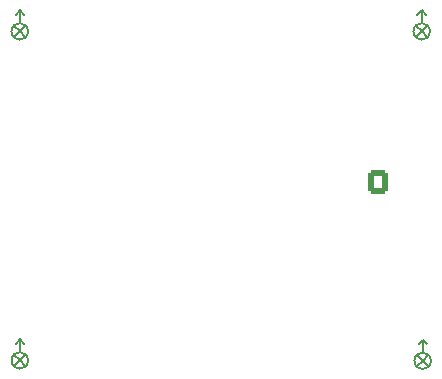
<source format=gbr>
%TF.GenerationSoftware,KiCad,Pcbnew,7.0.7*%
%TF.CreationDate,2023-10-06T19:00:49-06:00*%
%TF.ProjectId,Modular_Interfaces_No_GigE,4d6f6475-6c61-4725-9f49-6e7465726661,rev?*%
%TF.SameCoordinates,Original*%
%TF.FileFunction,Legend,Bot*%
%TF.FilePolarity,Positive*%
%FSLAX46Y46*%
G04 Gerber Fmt 4.6, Leading zero omitted, Abs format (unit mm)*
G04 Created by KiCad (PCBNEW 7.0.7) date 2023-10-06 19:00:49*
%MOMM*%
%LPD*%
G01*
G04 APERTURE LIST*
G04 Aperture macros list*
%AMRoundRect*
0 Rectangle with rounded corners*
0 $1 Rounding radius*
0 $2 $3 $4 $5 $6 $7 $8 $9 X,Y pos of 4 corners*
0 Add a 4 corners polygon primitive as box body*
4,1,4,$2,$3,$4,$5,$6,$7,$8,$9,$2,$3,0*
0 Add four circle primitives for the rounded corners*
1,1,$1+$1,$2,$3*
1,1,$1+$1,$4,$5*
1,1,$1+$1,$6,$7*
1,1,$1+$1,$8,$9*
0 Add four rect primitives between the rounded corners*
20,1,$1+$1,$2,$3,$4,$5,0*
20,1,$1+$1,$4,$5,$6,$7,0*
20,1,$1+$1,$6,$7,$8,$9,0*
20,1,$1+$1,$8,$9,$2,$3,0*%
G04 Aperture macros list end*
%ADD10C,0.150000*%
%ADD11RoundRect,0.250000X-0.600000X-0.725000X0.600000X-0.725000X0.600000X0.725000X-0.600000X0.725000X0*%
%ADD12O,1.700000X1.950000*%
%ADD13R,1.350000X1.350000*%
%ADD14O,1.350000X1.350000*%
%ADD15R,1.600000X1.600000*%
%ADD16C,1.600000*%
%ADD17C,3.000000*%
G04 APERTURE END LIST*
D10*
%TO.C,EXP_ORIENTATION*%
X109213507Y-65331199D02*
X108738507Y-65806199D01*
X109213507Y-65331199D02*
X109688507Y-65806199D01*
X109213507Y-65331199D02*
X108738507Y-64856199D01*
X109213507Y-65331199D02*
X109688507Y-64856199D01*
X109213507Y-64631199D02*
X109213507Y-63531199D01*
X109213507Y-63531199D02*
X108863507Y-63931199D01*
X109213507Y-63531199D02*
X109563507Y-63931199D01*
X109913953Y-65331199D02*
G75*
G03*
X109913953Y-65331199I-700446J0D01*
G01*
X143332200Y-93219000D02*
X142857200Y-93694000D01*
X143332200Y-93219000D02*
X143807200Y-93694000D01*
X143332200Y-93219000D02*
X142857200Y-92744000D01*
X143332200Y-93219000D02*
X143807200Y-92744000D01*
X143332200Y-92519000D02*
X143332200Y-91419000D01*
X143332200Y-91419000D02*
X142982200Y-91819000D01*
X143332200Y-91419000D02*
X143682200Y-91819000D01*
X144032646Y-93219000D02*
G75*
G03*
X144032646Y-93219000I-700446J0D01*
G01*
X109220000Y-93190000D02*
X108745000Y-93665000D01*
X109220000Y-93190000D02*
X109695000Y-93665000D01*
X109220000Y-93190000D02*
X108745000Y-92715000D01*
X109220000Y-93190000D02*
X109695000Y-92715000D01*
X109220000Y-92490000D02*
X109220000Y-91390000D01*
X109220000Y-91390000D02*
X108870000Y-91790000D01*
X109220000Y-91390000D02*
X109570000Y-91790000D01*
X109920446Y-93190000D02*
G75*
G03*
X109920446Y-93190000I-700446J0D01*
G01*
X143243507Y-65331199D02*
X142768507Y-65806199D01*
X143243507Y-65331199D02*
X143718507Y-65806199D01*
X143243507Y-65331199D02*
X142768507Y-64856199D01*
X143243507Y-65331199D02*
X143718507Y-64856199D01*
X143243507Y-64631199D02*
X143243507Y-63531199D01*
X143243507Y-63531199D02*
X142893507Y-63931199D01*
X143243507Y-63531199D02*
X143593507Y-63931199D01*
X143943953Y-65331199D02*
G75*
G03*
X143943953Y-65331199I-700446J0D01*
G01*
%TD*%
%LPC*%
D11*
%TO.C,J11*%
X139523507Y-78091199D03*
D12*
X142023507Y-78091199D03*
X144523507Y-78091199D03*
X147023507Y-78091199D03*
%TD*%
D13*
%TO.C,J13*%
X154220000Y-66120000D03*
D14*
X154220000Y-68120000D03*
X154220000Y-70120000D03*
X154220000Y-72120000D03*
X154220000Y-74120000D03*
X154220000Y-76120000D03*
X154220000Y-78120000D03*
X154220000Y-80120000D03*
X154220000Y-82120000D03*
X154220000Y-84120000D03*
%TD*%
%TO.C,J12*%
X132250000Y-84130000D03*
X132250000Y-82130000D03*
X132250000Y-80130000D03*
X132250000Y-78130000D03*
X132250000Y-76130000D03*
X132250000Y-74130000D03*
X132250000Y-72130000D03*
X132250000Y-70130000D03*
X132250000Y-68130000D03*
D13*
X132250000Y-66130000D03*
%TD*%
%TO.C,J10*%
X120200000Y-66130000D03*
D14*
X120200000Y-68130000D03*
X120200000Y-70130000D03*
X120200000Y-72130000D03*
X120200000Y-74130000D03*
X120200000Y-76130000D03*
X120200000Y-78130000D03*
X120200000Y-80130000D03*
X120200000Y-82130000D03*
X120200000Y-84130000D03*
%TD*%
D13*
%TO.C,J9*%
X98210000Y-66130000D03*
D14*
X98210000Y-68130000D03*
X98210000Y-70130000D03*
X98210000Y-72130000D03*
X98210000Y-74130000D03*
X98210000Y-76130000D03*
X98210000Y-78130000D03*
X98210000Y-80130000D03*
X98210000Y-82130000D03*
X98210000Y-84130000D03*
%TD*%
D11*
%TO.C,J8*%
X106693507Y-78171199D03*
D12*
X109193507Y-78171199D03*
X111693507Y-78171199D03*
%TD*%
D14*
%TO.C,J7*%
X154250000Y-112010000D03*
X154250000Y-110010000D03*
X154250000Y-108010000D03*
X154250000Y-106010000D03*
X154250000Y-104010000D03*
X154250000Y-102010000D03*
X154250000Y-100010000D03*
X154250000Y-98010000D03*
X154250000Y-96010000D03*
D13*
X154250000Y-94010000D03*
%TD*%
%TO.C,J6*%
X132272200Y-93999000D03*
D14*
X132272200Y-95999000D03*
X132272200Y-97999000D03*
X132272200Y-99999000D03*
X132272200Y-101999000D03*
X132272200Y-103999000D03*
X132272200Y-105999000D03*
X132272200Y-107999000D03*
X132272200Y-109999000D03*
X132272200Y-111999000D03*
%TD*%
D15*
%TO.C,J5*%
X146830000Y-101300000D03*
D16*
X144330000Y-101300000D03*
X142330000Y-101300000D03*
X139830000Y-101300000D03*
D17*
X149900000Y-98590000D03*
X136760000Y-98590000D03*
%TD*%
D15*
%TO.C,J4*%
X139832200Y-104679000D03*
D16*
X142332200Y-104679000D03*
X144332200Y-104679000D03*
X146832200Y-104679000D03*
D17*
X136762200Y-107389000D03*
X149902200Y-107389000D03*
%TD*%
D13*
%TO.C,J3*%
X120210000Y-94000000D03*
D14*
X120210000Y-96000000D03*
X120210000Y-98000000D03*
X120210000Y-100000000D03*
X120210000Y-102000000D03*
X120210000Y-104000000D03*
X120210000Y-106000000D03*
X120210000Y-108000000D03*
X120210000Y-110000000D03*
X120210000Y-112000000D03*
%TD*%
D13*
%TO.C,J2*%
X98230000Y-93990000D03*
D14*
X98230000Y-95990000D03*
X98230000Y-97990000D03*
X98230000Y-99990000D03*
X98230000Y-101990000D03*
X98230000Y-103990000D03*
X98230000Y-105990000D03*
X98230000Y-107990000D03*
X98230000Y-109990000D03*
X98230000Y-111990000D03*
%TD*%
D15*
%TO.C,J1*%
X105760200Y-103410800D03*
D16*
X108260200Y-103410800D03*
X110260200Y-103410800D03*
X112760200Y-103410800D03*
D17*
X102690200Y-106120800D03*
X115830200Y-106120800D03*
%TD*%
%LPD*%
M02*

</source>
